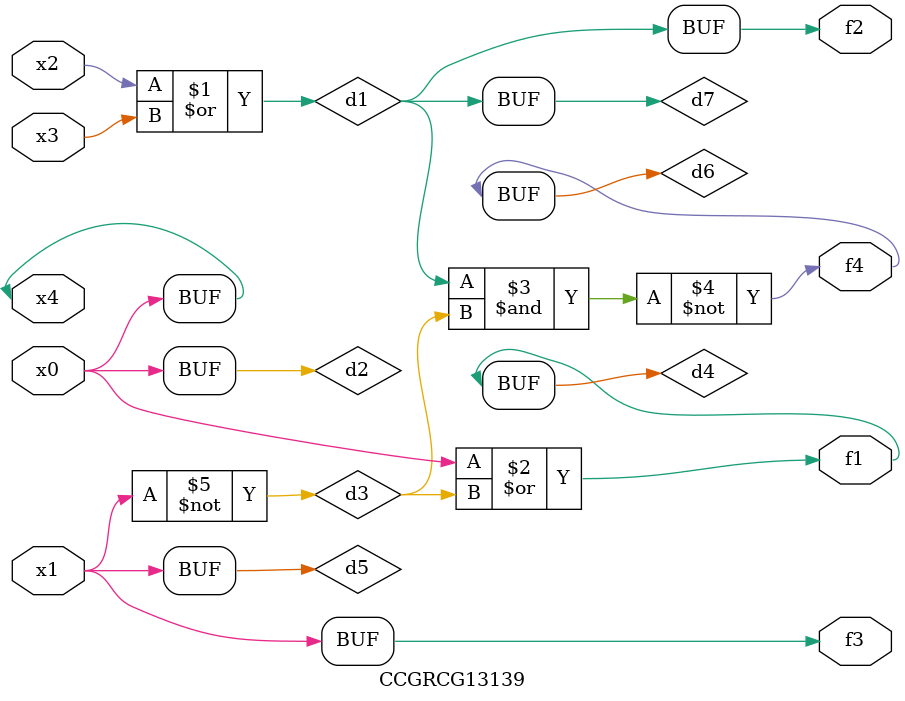
<source format=v>
module CCGRCG13139(
	input x0, x1, x2, x3, x4,
	output f1, f2, f3, f4
);

	wire d1, d2, d3, d4, d5, d6, d7;

	or (d1, x2, x3);
	buf (d2, x0, x4);
	not (d3, x1);
	or (d4, d2, d3);
	not (d5, d3);
	nand (d6, d1, d3);
	or (d7, d1);
	assign f1 = d4;
	assign f2 = d7;
	assign f3 = d5;
	assign f4 = d6;
endmodule

</source>
